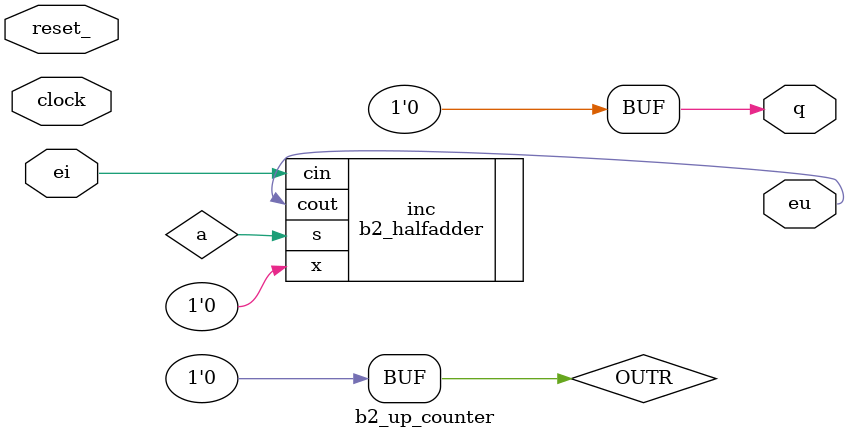
<source format=v>
module b2_up_counter(eu, q, ei, clock, reset_);
  input clock, reset_;
  input ei;
  output eu, q;
  
	reg OUTR;
  assign q = OUTR;	
  
	wire a; // l'uscita dell'incrementatore
	b2_halfadder inc (
		.x(q), .cin(ei),
		.s(a), .cout(eu)
	);

  always @(reset_ == 0) #1 OUTR <= 0;
  always @(posedge clock) if (reset_==1) #2 OUTR <= a;
endmodule

</source>
